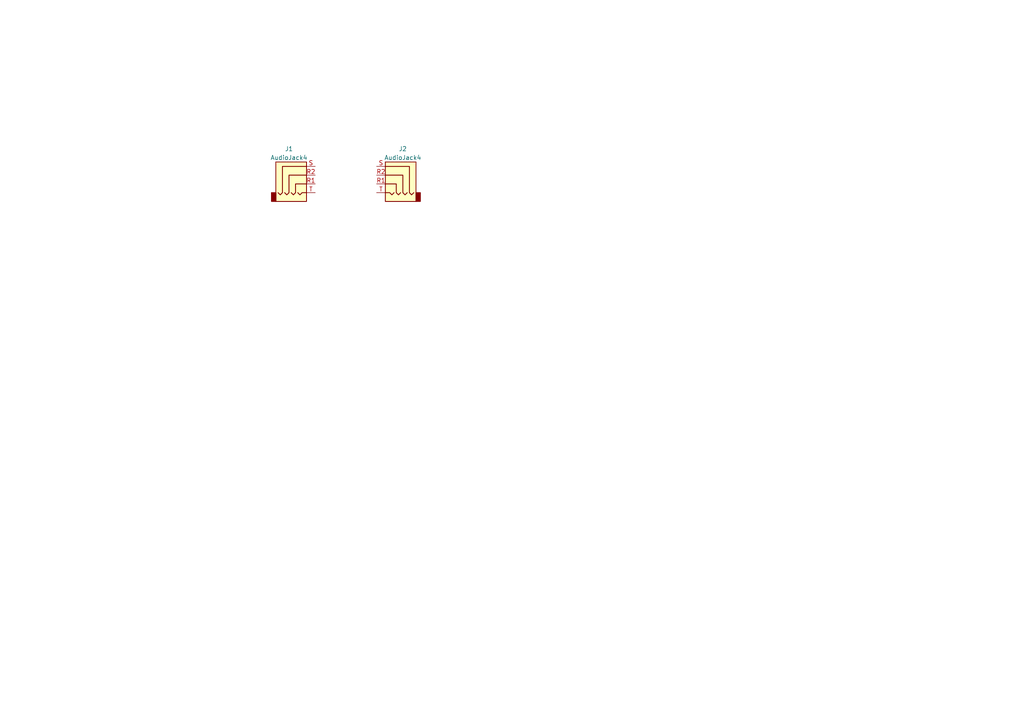
<source format=kicad_sch>
(kicad_sch (version 20230121) (generator eeschema)
  (paper "A4")
  (lib_symbols
    (symbol "Connector_Audio:AudioJack4"
      (property "Reference" "J" (at 0 8.89 0))
      (property "Value" "AudioJack4" (at 0 6.35 0))
      (symbol "AudioJack4_0_1"
        (rectangle (start -6.35 -5.08) (end -7.62 -7.62) (stroke (width 0.254)) (fill (type outline)))
        (polyline (pts (xy 0 -5.08) (xy 0.635 -5.715) (xy 1.27 -5.08) (xy 2.54 -5.08)) (stroke (width 0.254)))
        (polyline (pts (xy -5.715 -5.08) (xy -5.08 -5.715) (xy -4.445 -5.08) (xy -4.445 2.54) (xy 2.54 2.54)) (stroke (width 0.254)))
        (polyline (pts (xy -1.905 -5.08) (xy -1.27 -5.715) (xy -0.635 -5.08) (xy -0.635 -2.54) (xy 2.54 -2.54)) (stroke (width 0.254)))
        (polyline (pts (xy 2.54 0) (xy -2.54 0) (xy -2.54 -5.08) (xy -3.175 -5.715) (xy -3.81 -5.08)) (stroke (width 0.254)))
        (rectangle (start 2.54 3.81) (end -6.35 -7.62) (stroke (width 0.254)) (fill (type background)))
      )
      (symbol "AudioJack4_1_1"
        (pin passive line (at 5.08 -2.54 180) (length 2.54) (name "~") (number "R1"))
        (pin passive line (at 5.08 0 180) (length 2.54) (name "~") (number "R2"))
        (pin passive line (at 5.08 2.54 180) (length 2.54) (name "~") (number "S"))
        (pin passive line (at 5.08 -5.08 180) (length 2.54) (name "~") (number "T"))
      )
    )
  )
  (symbol (lib_id "Connector_Audio:AudioJack4") (at 114.3 50.8 0) (mirror y) (unit 1)
    (property "Reference" "J2" (at 116.84 43.18 0))
    (property "Value" "AudioJack4" (at 116.84 45.72 0))
  )
  (symbol (lib_id "Connector_Audio:AudioJack4") (at 86.36 50.8 0) (unit 1)
    (property "Reference" "J1" (at 83.82 43.18 0))
    (property "Value" "AudioJack4" (at 83.82 45.72 0))
    (property "Footprint" "ConnectorBoard:WM2211210044_adaptor" (effects hide))
  )
)
</source>
